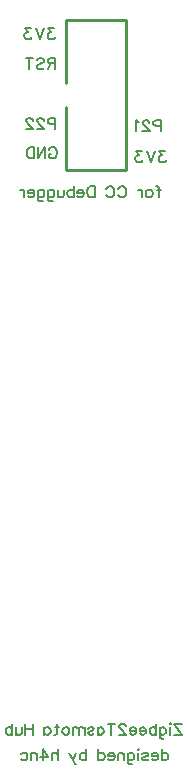
<source format=gbo>
G04 Layer: BottomSilkLayer*
G04 EasyEDA v6.3.22, 2020-02-26T16:32:33+01:00*
G04 ac0fba72113b465c8b3373fc4e38c277,2f1dc3ff27c442d188d0821d71f234e9,10*
G04 Gerber Generator version 0.2*
G04 Scale: 100 percent, Rotated: No, Reflected: No *
G04 Dimensions in millimeters *
G04 leading zeros omitted , absolute positions ,3 integer and 3 decimal *
%FSLAX33Y33*%
%MOMM*%
G90*
G71D02*

%ADD10C,0.254000*%
%ADD17C,0.203200*%

%LPD*%
G54D10*
G01X10922Y58547D02*
G01X10922Y63881D01*
G01X16002Y63881D01*
G01X16002Y51181D01*
G01X10922Y51181D01*
G01X10922Y56515D01*
G54D17*
G01X18592Y49784D02*
G01X18683Y49784D01*
G01X18774Y49738D01*
G01X18819Y49602D01*
G01X18819Y48829D01*
G01X18956Y49465D02*
G01X18637Y49465D01*
G01X18065Y49465D02*
G01X18156Y49420D01*
G01X18247Y49329D01*
G01X18292Y49193D01*
G01X18292Y49102D01*
G01X18247Y48965D01*
G01X18156Y48874D01*
G01X18065Y48829D01*
G01X17928Y48829D01*
G01X17837Y48874D01*
G01X17747Y48965D01*
G01X17701Y49102D01*
G01X17701Y49193D01*
G01X17747Y49329D01*
G01X17837Y49420D01*
G01X17928Y49465D01*
G01X18065Y49465D01*
G01X17401Y49465D02*
G01X17401Y48829D01*
G01X17401Y49193D02*
G01X17356Y49329D01*
G01X17265Y49420D01*
G01X17174Y49465D01*
G01X17037Y49465D01*
G01X15356Y49556D02*
G01X15401Y49647D01*
G01X15492Y49738D01*
G01X15583Y49784D01*
G01X15765Y49784D01*
G01X15856Y49738D01*
G01X15947Y49647D01*
G01X15992Y49556D01*
G01X16037Y49420D01*
G01X16037Y49193D01*
G01X15992Y49056D01*
G01X15947Y48965D01*
G01X15856Y48874D01*
G01X15765Y48829D01*
G01X15583Y48829D01*
G01X15492Y48874D01*
G01X15401Y48965D01*
G01X15356Y49056D01*
G01X14374Y49556D02*
G01X14419Y49647D01*
G01X14510Y49738D01*
G01X14601Y49784D01*
G01X14783Y49784D01*
G01X14874Y49738D01*
G01X14965Y49647D01*
G01X15010Y49556D01*
G01X15056Y49420D01*
G01X15056Y49193D01*
G01X15010Y49056D01*
G01X14965Y48965D01*
G01X14874Y48874D01*
G01X14783Y48829D01*
G01X14601Y48829D01*
G01X14510Y48874D01*
G01X14419Y48965D01*
G01X14374Y49056D01*
G01X13374Y49784D02*
G01X13374Y48829D01*
G01X13374Y49784D02*
G01X13056Y49784D01*
G01X12919Y49738D01*
G01X12828Y49647D01*
G01X12783Y49556D01*
G01X12737Y49420D01*
G01X12737Y49193D01*
G01X12783Y49056D01*
G01X12828Y48965D01*
G01X12919Y48874D01*
G01X13056Y48829D01*
G01X13374Y48829D01*
G01X12437Y49193D02*
G01X11892Y49193D01*
G01X11892Y49284D01*
G01X11937Y49374D01*
G01X11983Y49420D01*
G01X12074Y49465D01*
G01X12210Y49465D01*
G01X12301Y49420D01*
G01X12392Y49329D01*
G01X12437Y49193D01*
G01X12437Y49102D01*
G01X12392Y48965D01*
G01X12301Y48874D01*
G01X12210Y48829D01*
G01X12074Y48829D01*
G01X11983Y48874D01*
G01X11892Y48965D01*
G01X11592Y49784D02*
G01X11592Y48829D01*
G01X11592Y49329D02*
G01X11501Y49420D01*
G01X11410Y49465D01*
G01X11274Y49465D01*
G01X11183Y49420D01*
G01X11092Y49329D01*
G01X11047Y49193D01*
G01X11047Y49102D01*
G01X11092Y48965D01*
G01X11183Y48874D01*
G01X11274Y48829D01*
G01X11410Y48829D01*
G01X11501Y48874D01*
G01X11592Y48965D01*
G01X10747Y49465D02*
G01X10747Y49011D01*
G01X10701Y48874D01*
G01X10610Y48829D01*
G01X10474Y48829D01*
G01X10383Y48874D01*
G01X10247Y49011D01*
G01X10247Y49465D02*
G01X10247Y48829D01*
G01X9401Y49465D02*
G01X9401Y48738D01*
G01X9447Y48602D01*
G01X9492Y48556D01*
G01X9583Y48511D01*
G01X9719Y48511D01*
G01X9810Y48556D01*
G01X9401Y49329D02*
G01X9492Y49420D01*
G01X9583Y49465D01*
G01X9719Y49465D01*
G01X9810Y49420D01*
G01X9901Y49329D01*
G01X9947Y49193D01*
G01X9947Y49102D01*
G01X9901Y48965D01*
G01X9810Y48874D01*
G01X9719Y48829D01*
G01X9583Y48829D01*
G01X9492Y48874D01*
G01X9401Y48965D01*
G01X8556Y49465D02*
G01X8556Y48738D01*
G01X8601Y48602D01*
G01X8647Y48556D01*
G01X8737Y48511D01*
G01X8874Y48511D01*
G01X8965Y48556D01*
G01X8556Y49329D02*
G01X8647Y49420D01*
G01X8737Y49465D01*
G01X8874Y49465D01*
G01X8965Y49420D01*
G01X9056Y49329D01*
G01X9101Y49193D01*
G01X9101Y49102D01*
G01X9056Y48965D01*
G01X8965Y48874D01*
G01X8874Y48829D01*
G01X8737Y48829D01*
G01X8647Y48874D01*
G01X8556Y48965D01*
G01X8256Y49193D02*
G01X7710Y49193D01*
G01X7710Y49284D01*
G01X7756Y49374D01*
G01X7801Y49420D01*
G01X7892Y49465D01*
G01X8028Y49465D01*
G01X8119Y49420D01*
G01X8210Y49329D01*
G01X8256Y49193D01*
G01X8256Y49102D01*
G01X8210Y48965D01*
G01X8119Y48874D01*
G01X8028Y48829D01*
G01X7892Y48829D01*
G01X7801Y48874D01*
G01X7710Y48965D01*
G01X7410Y49465D02*
G01X7410Y48829D01*
G01X7410Y49193D02*
G01X7365Y49329D01*
G01X7274Y49420D01*
G01X7183Y49465D01*
G01X7047Y49465D01*
G01X20114Y4272D02*
G01X20751Y3318D01*
G01X20751Y4272D02*
G01X20114Y4272D01*
G01X20751Y3318D02*
G01X20114Y3318D01*
G01X19814Y4272D02*
G01X19769Y4227D01*
G01X19723Y4272D01*
G01X19769Y4318D01*
G01X19814Y4272D01*
G01X19769Y3954D02*
G01X19769Y3318D01*
G01X18878Y3954D02*
G01X18878Y3227D01*
G01X18923Y3090D01*
G01X18969Y3045D01*
G01X19060Y2999D01*
G01X19196Y2999D01*
G01X19287Y3045D01*
G01X18878Y3818D02*
G01X18969Y3908D01*
G01X19060Y3954D01*
G01X19196Y3954D01*
G01X19287Y3908D01*
G01X19378Y3818D01*
G01X19423Y3681D01*
G01X19423Y3590D01*
G01X19378Y3454D01*
G01X19287Y3363D01*
G01X19196Y3318D01*
G01X19060Y3318D01*
G01X18969Y3363D01*
G01X18878Y3454D01*
G01X18578Y4272D02*
G01X18578Y3318D01*
G01X18578Y3818D02*
G01X18487Y3908D01*
G01X18396Y3954D01*
G01X18260Y3954D01*
G01X18169Y3908D01*
G01X18078Y3818D01*
G01X18032Y3681D01*
G01X18032Y3590D01*
G01X18078Y3454D01*
G01X18169Y3363D01*
G01X18260Y3318D01*
G01X18396Y3318D01*
G01X18487Y3363D01*
G01X18578Y3454D01*
G01X17732Y3681D02*
G01X17187Y3681D01*
G01X17187Y3772D01*
G01X17232Y3863D01*
G01X17278Y3908D01*
G01X17369Y3954D01*
G01X17505Y3954D01*
G01X17596Y3908D01*
G01X17687Y3818D01*
G01X17732Y3681D01*
G01X17732Y3590D01*
G01X17687Y3454D01*
G01X17596Y3363D01*
G01X17505Y3318D01*
G01X17369Y3318D01*
G01X17278Y3363D01*
G01X17187Y3454D01*
G01X16887Y3681D02*
G01X16342Y3681D01*
G01X16342Y3772D01*
G01X16387Y3863D01*
G01X16432Y3908D01*
G01X16523Y3954D01*
G01X16660Y3954D01*
G01X16751Y3908D01*
G01X16842Y3818D01*
G01X16887Y3681D01*
G01X16887Y3590D01*
G01X16842Y3454D01*
G01X16751Y3363D01*
G01X16660Y3318D01*
G01X16523Y3318D01*
G01X16432Y3363D01*
G01X16342Y3454D01*
G01X15996Y4045D02*
G01X15996Y4090D01*
G01X15951Y4181D01*
G01X15905Y4227D01*
G01X15814Y4272D01*
G01X15632Y4272D01*
G01X15542Y4227D01*
G01X15496Y4181D01*
G01X15451Y4090D01*
G01X15451Y3999D01*
G01X15496Y3908D01*
G01X15587Y3772D01*
G01X16042Y3318D01*
G01X15405Y3318D01*
G01X14787Y4272D02*
G01X14787Y3318D01*
G01X15105Y4272D02*
G01X14469Y4272D01*
G01X13623Y3954D02*
G01X13623Y3318D01*
G01X13623Y3818D02*
G01X13714Y3908D01*
G01X13805Y3954D01*
G01X13942Y3954D01*
G01X14032Y3908D01*
G01X14123Y3818D01*
G01X14169Y3681D01*
G01X14169Y3590D01*
G01X14123Y3454D01*
G01X14032Y3363D01*
G01X13942Y3318D01*
G01X13805Y3318D01*
G01X13714Y3363D01*
G01X13623Y3454D01*
G01X12823Y3818D02*
G01X12869Y3908D01*
G01X13005Y3954D01*
G01X13142Y3954D01*
G01X13278Y3908D01*
G01X13323Y3818D01*
G01X13278Y3727D01*
G01X13187Y3681D01*
G01X12960Y3636D01*
G01X12869Y3590D01*
G01X12823Y3499D01*
G01X12823Y3454D01*
G01X12869Y3363D01*
G01X13005Y3318D01*
G01X13142Y3318D01*
G01X13278Y3363D01*
G01X13323Y3454D01*
G01X12523Y3954D02*
G01X12523Y3318D01*
G01X12523Y3772D02*
G01X12387Y3908D01*
G01X12296Y3954D01*
G01X12160Y3954D01*
G01X12069Y3908D01*
G01X12023Y3772D01*
G01X12023Y3318D01*
G01X12023Y3772D02*
G01X11887Y3908D01*
G01X11796Y3954D01*
G01X11660Y3954D01*
G01X11569Y3908D01*
G01X11523Y3772D01*
G01X11523Y3318D01*
G01X10996Y3954D02*
G01X11087Y3908D01*
G01X11178Y3818D01*
G01X11223Y3681D01*
G01X11223Y3590D01*
G01X11178Y3454D01*
G01X11087Y3363D01*
G01X10996Y3318D01*
G01X10860Y3318D01*
G01X10769Y3363D01*
G01X10678Y3454D01*
G01X10632Y3590D01*
G01X10632Y3681D01*
G01X10678Y3818D01*
G01X10769Y3908D01*
G01X10860Y3954D01*
G01X10996Y3954D01*
G01X10196Y4272D02*
G01X10196Y3499D01*
G01X10151Y3363D01*
G01X10060Y3318D01*
G01X9969Y3318D01*
G01X10332Y3954D02*
G01X10014Y3954D01*
G01X9123Y3954D02*
G01X9123Y3318D01*
G01X9123Y3818D02*
G01X9214Y3908D01*
G01X9305Y3954D01*
G01X9442Y3954D01*
G01X9532Y3908D01*
G01X9623Y3818D01*
G01X9669Y3681D01*
G01X9669Y3590D01*
G01X9623Y3454D01*
G01X9532Y3363D01*
G01X9442Y3318D01*
G01X9305Y3318D01*
G01X9214Y3363D01*
G01X9123Y3454D01*
G01X8123Y4272D02*
G01X8123Y3318D01*
G01X7487Y4272D02*
G01X7487Y3318D01*
G01X8123Y3818D02*
G01X7487Y3818D01*
G01X7187Y3954D02*
G01X7187Y3499D01*
G01X7142Y3363D01*
G01X7051Y3318D01*
G01X6914Y3318D01*
G01X6823Y3363D01*
G01X6687Y3499D01*
G01X6687Y3954D02*
G01X6687Y3318D01*
G01X6387Y4272D02*
G01X6387Y3318D01*
G01X6387Y3818D02*
G01X6296Y3908D01*
G01X6205Y3954D01*
G01X6069Y3954D01*
G01X5978Y3908D01*
G01X5887Y3818D01*
G01X5842Y3681D01*
G01X5842Y3590D01*
G01X5887Y3454D01*
G01X5978Y3363D01*
G01X6069Y3318D01*
G01X6205Y3318D01*
G01X6296Y3363D01*
G01X6387Y3454D01*
G01X9492Y52858D02*
G01X9538Y52949D01*
G01X9629Y53040D01*
G01X9719Y53085D01*
G01X9901Y53085D01*
G01X9992Y53040D01*
G01X10083Y52949D01*
G01X10129Y52858D01*
G01X10174Y52722D01*
G01X10174Y52495D01*
G01X10129Y52358D01*
G01X10083Y52267D01*
G01X9992Y52176D01*
G01X9901Y52131D01*
G01X9719Y52131D01*
G01X9629Y52176D01*
G01X9538Y52267D01*
G01X9492Y52358D01*
G01X9492Y52495D01*
G01X9719Y52495D02*
G01X9492Y52495D01*
G01X9192Y53085D02*
G01X9192Y52131D01*
G01X9192Y53085D02*
G01X8556Y52131D01*
G01X8556Y53085D02*
G01X8556Y52131D01*
G01X8256Y53085D02*
G01X8256Y52131D01*
G01X8256Y53085D02*
G01X7938Y53085D01*
G01X7801Y53040D01*
G01X7710Y52949D01*
G01X7665Y52858D01*
G01X7619Y52722D01*
G01X7619Y52495D01*
G01X7665Y52358D01*
G01X7710Y52267D01*
G01X7801Y52176D01*
G01X7938Y52131D01*
G01X8256Y52131D01*
G01X19340Y52742D02*
G01X18840Y52742D01*
G01X19112Y52378D01*
G01X18976Y52378D01*
G01X18885Y52333D01*
G01X18840Y52287D01*
G01X18794Y52151D01*
G01X18794Y52060D01*
G01X18840Y51924D01*
G01X18931Y51833D01*
G01X19067Y51787D01*
G01X19203Y51787D01*
G01X19340Y51833D01*
G01X19385Y51878D01*
G01X19431Y51969D01*
G01X18494Y52742D02*
G01X18131Y51787D01*
G01X17767Y52742D02*
G01X18131Y51787D01*
G01X17376Y52742D02*
G01X16876Y52742D01*
G01X17149Y52378D01*
G01X17012Y52378D01*
G01X16921Y52333D01*
G01X16876Y52287D01*
G01X16831Y52151D01*
G01X16831Y52060D01*
G01X16876Y51924D01*
G01X16967Y51833D01*
G01X17103Y51787D01*
G01X17240Y51787D01*
G01X17376Y51833D01*
G01X17421Y51878D01*
G01X17467Y51969D01*
G01X18991Y55372D02*
G01X18991Y54417D01*
G01X18991Y55372D02*
G01X18581Y55372D01*
G01X18445Y55326D01*
G01X18400Y55281D01*
G01X18354Y55190D01*
G01X18354Y55053D01*
G01X18400Y54962D01*
G01X18445Y54917D01*
G01X18581Y54872D01*
G01X18991Y54872D01*
G01X18009Y55144D02*
G01X18009Y55190D01*
G01X17963Y55281D01*
G01X17918Y55326D01*
G01X17827Y55372D01*
G01X17645Y55372D01*
G01X17554Y55326D01*
G01X17509Y55281D01*
G01X17463Y55190D01*
G01X17463Y55099D01*
G01X17509Y55008D01*
G01X17600Y54872D01*
G01X18054Y54417D01*
G01X17418Y54417D01*
G01X17118Y55190D02*
G01X17027Y55235D01*
G01X16891Y55372D01*
G01X16891Y54417D01*
G01X10033Y55536D02*
G01X10033Y54581D01*
G01X10033Y55536D02*
G01X9623Y55536D01*
G01X9487Y55490D01*
G01X9442Y55445D01*
G01X9396Y55354D01*
G01X9396Y55218D01*
G01X9442Y55127D01*
G01X9487Y55081D01*
G01X9623Y55036D01*
G01X10033Y55036D01*
G01X9051Y55309D02*
G01X9051Y55354D01*
G01X9005Y55445D01*
G01X8960Y55490D01*
G01X8869Y55536D01*
G01X8687Y55536D01*
G01X8596Y55490D01*
G01X8551Y55445D01*
G01X8505Y55354D01*
G01X8505Y55263D01*
G01X8551Y55172D01*
G01X8642Y55036D01*
G01X9096Y54581D01*
G01X8460Y54581D01*
G01X8114Y55309D02*
G01X8114Y55354D01*
G01X8069Y55445D01*
G01X8023Y55490D01*
G01X7933Y55536D01*
G01X7751Y55536D01*
G01X7660Y55490D01*
G01X7614Y55445D01*
G01X7569Y55354D01*
G01X7569Y55263D01*
G01X7614Y55172D01*
G01X7705Y55036D01*
G01X8160Y54581D01*
G01X7523Y54581D01*
G01X10033Y60616D02*
G01X10033Y59661D01*
G01X10033Y60616D02*
G01X9623Y60616D01*
G01X9487Y60570D01*
G01X9442Y60525D01*
G01X9396Y60434D01*
G01X9396Y60343D01*
G01X9442Y60252D01*
G01X9487Y60207D01*
G01X9623Y60161D01*
G01X10033Y60161D01*
G01X9714Y60161D02*
G01X9396Y59661D01*
G01X8460Y60480D02*
G01X8551Y60570D01*
G01X8687Y60616D01*
G01X8869Y60616D01*
G01X9005Y60570D01*
G01X9096Y60480D01*
G01X9096Y60389D01*
G01X9051Y60298D01*
G01X9005Y60252D01*
G01X8914Y60207D01*
G01X8642Y60116D01*
G01X8551Y60071D01*
G01X8505Y60025D01*
G01X8460Y59934D01*
G01X8460Y59798D01*
G01X8551Y59707D01*
G01X8687Y59661D01*
G01X8869Y59661D01*
G01X9005Y59707D01*
G01X9096Y59798D01*
G01X7842Y60616D02*
G01X7842Y59661D01*
G01X8160Y60616D02*
G01X7523Y60616D01*
G01X9942Y63156D02*
G01X9442Y63156D01*
G01X9714Y62792D01*
G01X9578Y62792D01*
G01X9487Y62747D01*
G01X9442Y62701D01*
G01X9396Y62565D01*
G01X9396Y62474D01*
G01X9442Y62338D01*
G01X9533Y62247D01*
G01X9669Y62201D01*
G01X9805Y62201D01*
G01X9942Y62247D01*
G01X9987Y62292D01*
G01X10033Y62383D01*
G01X9096Y63156D02*
G01X8733Y62201D01*
G01X8369Y63156D02*
G01X8733Y62201D01*
G01X7978Y63156D02*
G01X7478Y63156D01*
G01X7751Y62792D01*
G01X7614Y62792D01*
G01X7523Y62747D01*
G01X7478Y62701D01*
G01X7433Y62565D01*
G01X7433Y62474D01*
G01X7478Y62338D01*
G01X7569Y62247D01*
G01X7705Y62201D01*
G01X7842Y62201D01*
G01X7978Y62247D01*
G01X8023Y62292D01*
G01X8069Y62383D01*
G01X19048Y2113D02*
G01X19048Y1159D01*
G01X19048Y1659D02*
G01X19139Y1749D01*
G01X19230Y1795D01*
G01X19366Y1795D01*
G01X19457Y1749D01*
G01X19548Y1659D01*
G01X19593Y1522D01*
G01X19593Y1431D01*
G01X19548Y1295D01*
G01X19457Y1204D01*
G01X19366Y1159D01*
G01X19230Y1159D01*
G01X19139Y1204D01*
G01X19048Y1295D01*
G01X18748Y1522D02*
G01X18202Y1522D01*
G01X18202Y1613D01*
G01X18248Y1704D01*
G01X18293Y1749D01*
G01X18384Y1795D01*
G01X18521Y1795D01*
G01X18612Y1749D01*
G01X18702Y1659D01*
G01X18748Y1522D01*
G01X18748Y1431D01*
G01X18702Y1295D01*
G01X18612Y1204D01*
G01X18521Y1159D01*
G01X18384Y1159D01*
G01X18293Y1204D01*
G01X18202Y1295D01*
G01X17402Y1659D02*
G01X17448Y1749D01*
G01X17584Y1795D01*
G01X17721Y1795D01*
G01X17857Y1749D01*
G01X17902Y1659D01*
G01X17857Y1568D01*
G01X17766Y1522D01*
G01X17539Y1477D01*
G01X17448Y1431D01*
G01X17402Y1340D01*
G01X17402Y1295D01*
G01X17448Y1204D01*
G01X17584Y1159D01*
G01X17721Y1159D01*
G01X17857Y1204D01*
G01X17902Y1295D01*
G01X17102Y2113D02*
G01X17057Y2068D01*
G01X17012Y2113D01*
G01X17057Y2159D01*
G01X17102Y2113D01*
G01X17057Y1795D02*
G01X17057Y1159D01*
G01X16166Y1795D02*
G01X16166Y1068D01*
G01X16212Y931D01*
G01X16257Y886D01*
G01X16348Y840D01*
G01X16484Y840D01*
G01X16575Y886D01*
G01X16166Y1659D02*
G01X16257Y1749D01*
G01X16348Y1795D01*
G01X16484Y1795D01*
G01X16575Y1749D01*
G01X16666Y1659D01*
G01X16712Y1522D01*
G01X16712Y1431D01*
G01X16666Y1295D01*
G01X16575Y1204D01*
G01X16484Y1159D01*
G01X16348Y1159D01*
G01X16257Y1204D01*
G01X16166Y1295D01*
G01X15866Y1795D02*
G01X15866Y1159D01*
G01X15866Y1613D02*
G01X15730Y1749D01*
G01X15639Y1795D01*
G01X15502Y1795D01*
G01X15412Y1749D01*
G01X15366Y1613D01*
G01X15366Y1159D01*
G01X15066Y1522D02*
G01X14521Y1522D01*
G01X14521Y1613D01*
G01X14566Y1704D01*
G01X14612Y1749D01*
G01X14702Y1795D01*
G01X14839Y1795D01*
G01X14930Y1749D01*
G01X15021Y1659D01*
G01X15066Y1522D01*
G01X15066Y1431D01*
G01X15021Y1295D01*
G01X14930Y1204D01*
G01X14839Y1159D01*
G01X14702Y1159D01*
G01X14612Y1204D01*
G01X14521Y1295D01*
G01X13675Y2113D02*
G01X13675Y1159D01*
G01X13675Y1659D02*
G01X13766Y1749D01*
G01X13857Y1795D01*
G01X13993Y1795D01*
G01X14084Y1749D01*
G01X14175Y1659D01*
G01X14221Y1522D01*
G01X14221Y1431D01*
G01X14175Y1295D01*
G01X14084Y1204D01*
G01X13993Y1159D01*
G01X13857Y1159D01*
G01X13766Y1204D01*
G01X13675Y1295D01*
G01X12675Y2113D02*
G01X12675Y1159D01*
G01X12675Y1659D02*
G01X12584Y1749D01*
G01X12493Y1795D01*
G01X12357Y1795D01*
G01X12266Y1749D01*
G01X12175Y1659D01*
G01X12130Y1522D01*
G01X12130Y1431D01*
G01X12175Y1295D01*
G01X12266Y1204D01*
G01X12357Y1159D01*
G01X12493Y1159D01*
G01X12584Y1204D01*
G01X12675Y1295D01*
G01X11784Y1795D02*
G01X11512Y1159D01*
G01X11239Y1795D02*
G01X11512Y1159D01*
G01X11602Y977D01*
G01X11693Y886D01*
G01X11784Y840D01*
G01X11830Y840D01*
G01X10239Y2113D02*
G01X10239Y1159D01*
G01X10239Y1613D02*
G01X10102Y1749D01*
G01X10012Y1795D01*
G01X9875Y1795D01*
G01X9784Y1749D01*
G01X9739Y1613D01*
G01X9739Y1159D01*
G01X8984Y2113D02*
G01X9439Y1477D01*
G01X8757Y1477D01*
G01X8984Y2113D02*
G01X8984Y1159D01*
G01X8457Y1795D02*
G01X8457Y1159D01*
G01X8457Y1613D02*
G01X8321Y1749D01*
G01X8230Y1795D01*
G01X8093Y1795D01*
G01X8002Y1749D01*
G01X7957Y1613D01*
G01X7957Y1159D01*
G01X7112Y1659D02*
G01X7202Y1749D01*
G01X7293Y1795D01*
G01X7430Y1795D01*
G01X7521Y1749D01*
G01X7612Y1659D01*
G01X7657Y1522D01*
G01X7657Y1431D01*
G01X7612Y1295D01*
G01X7521Y1204D01*
G01X7430Y1159D01*
G01X7293Y1159D01*
G01X7202Y1204D01*
G01X7112Y1295D01*
M00*
M02*

</source>
